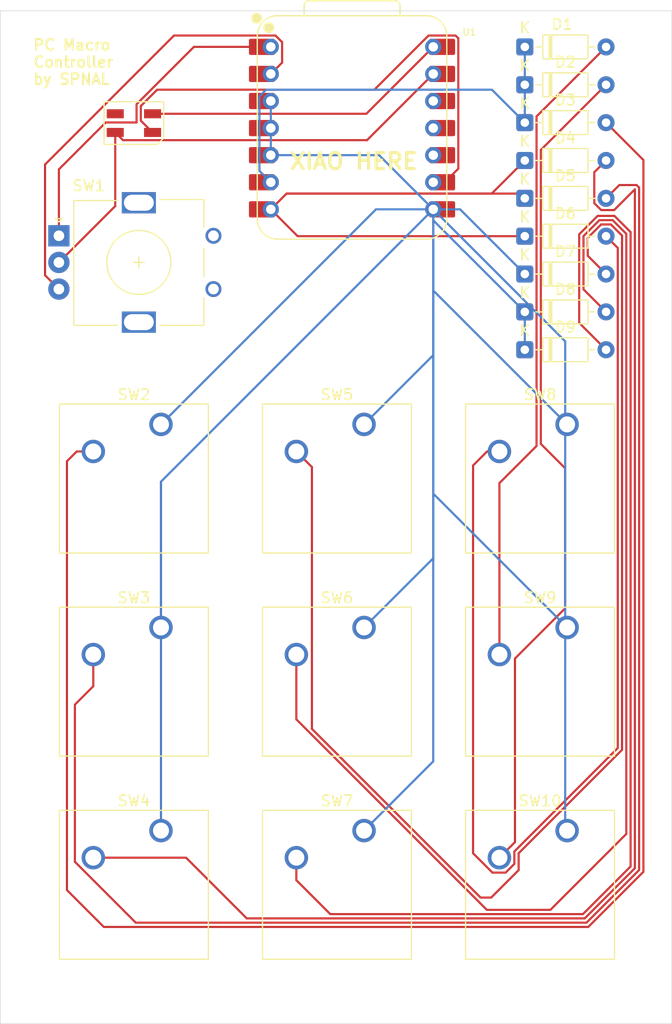
<source format=kicad_pcb>
(kicad_pcb (version 20241229) (generator "pcbnew") (generator_version "9.0")
  (layers (0 "F.Cu" signal) (2 "B.Cu" signal) (13 "F.Paste" user) (15 "B.Paste" user) (5 "F.SilkS" user "F.Silkscreen") (7 "B.SilkS" user "B.Silkscreen") (1 "F.Mask" user) (3 "B.Mask" user) (25 "Edge.Cuts" user))
  (net 0 "")
  (net 1 "+5V")
  (net 2 "GND")
  (net 3 "row1")
  (net 4 "Net-(D1-A)")
  (net 5 "Net-(D2-A)")
  (net 6 "Net-(D3-A)")
  (net 7 "Net-(U1-GPIO4{slash}MISO)")
  (net 8 "Net-(U1-GPIO3{slash}MOSI)")
  (net 9 "row2")
  (net 10 "Net-(D4-A)")
  (net 11 "Net-(D5-A)")
  (net 12 "unconnected-(U1-3V3-Pad12)")
  (net 13 "Net-(U1-GPIO27{slash}ADC1{slash}A1)")
  (net 14 "Net-(U1-GPIO26{slash}ADC0{slash}A0)")
  (net 15 "Net-(D6-A)")
  (net 16 "col1")
  (net 17 "Net-(D7-A)")
  (net 18 "Net-(D8-A)")
  (net 19 "Net-(D9-A)")
  (net 21 "Net-(D10-DIN)")
  (footprint "Diode_THT:D_DO-35_SOD27_P7.62mm_Horizontal" (layer "F.Cu") (at 146.20875 77.2375)
    (property "Reference" "D8" (at 3.81 -2.12 0) (layer "F.SilkS"))
    (property "Value" "D")
    (fp_line (start 1.04 0) (end 1.69 0) (stroke (width 0.12)) (layer "F.SilkS"))
    (fp_line (start 2.29 -1.12) (end 2.29 1.12) (stroke (width 0.12)) (layer "F.SilkS"))
    (fp_line (start 2.41 -1.12) (end 2.41 1.12) (stroke (width 0.12)) (layer "F.SilkS"))
    (fp_line (start 2.53 -1.12) (end 2.53 1.12) (stroke (width 0.12)) (layer "F.SilkS"))
    (fp_line (start 6.58 0) (end 5.93 0) (stroke (width 0.12)) (layer "F.SilkS"))
    (fp_rect (start 1.69 -1.12) (end 5.93 1.12) (stroke (width 0.12)) (fill no) (layer "F.SilkS"))
    (fp_text user "K" (at 0 -1.8 0) (layer "F.SilkS"))
    (pad "1" thru_hole roundrect (at 0 0) (size 1.6 1.6) (drill 0.8) (layers "*.Cu" "*.Mask") (roundrect_rratio 0.15625) (net 16 "col1"))
    (pad "2" thru_hole circle (at 7.62 0) (size 1.6 1.6) (drill 0.8) (layers "*.Cu" "*.Mask") (net 18 "Net-(D8-A)"))
  )
  (footprint "Button_Switch_Keyboard:SW_Cherry_MX_1.00u_PCB" (layer "F.Cu") (at 112.0775 125.88875)
    (property "Reference" "SW4" (at -2.54 -2.794 0) (layer "F.SilkS"))
    (property "Value" "SW_Push")
    (fp_line (start -9.525 -1.905) (end 4.445 -1.905) (stroke (width 0.12)) (layer "F.SilkS"))
    (fp_line (start -9.525 12.065) (end -9.525 -1.905) (stroke (width 0.12)) (layer "F.SilkS"))
    (fp_line (start 4.445 -1.905) (end 4.445 12.065) (stroke (width 0.12)) (layer "F.SilkS"))
    (fp_line (start 4.445 12.065) (end -9.525 12.065) (stroke (width 0.12)) (layer "F.SilkS"))
    (pad "" np_thru_hole circle (at -7.62 5.08) (size 1.7 1.7) (drill 1.7) (layers "*.Cu" "*.Mask"))
    (pad "" np_thru_hole circle (at -2.54 5.08) (size 4 4) (drill 4) (layers "*.Cu" "*.Mask"))
    (pad "" np_thru_hole circle (at 2.54 5.08) (size 1.7 1.7) (drill 1.7) (layers "*.Cu" "*.Mask"))
    (pad "1" thru_hole circle (at 0 0) (size 2.2 2.2) (drill 1.5) (layers "*.Cu" "*.Mask") (net 16 "col1"))
    (pad "2" thru_hole circle (at -6.35 2.54) (size 2.2 2.2) (drill 1.5) (layers "*.Cu" "*.Mask") (net 10 "Net-(D4-A)"))
  )
  (footprint "Diode_THT:D_DO-35_SOD27_P7.62mm_Horizontal" (layer "F.Cu") (at 146.20875 73.6875)
    (property "Reference" "D7" (at 3.81 -2.12 0) (layer "F.SilkS"))
    (property "Value" "D")
    (fp_line (start 1.04 0) (end 1.69 0) (stroke (width 0.12)) (layer "F.SilkS"))
    (fp_line (start 2.29 -1.12) (end 2.29 1.12) (stroke (width 0.12)) (layer "F.SilkS"))
    (fp_line (start 2.41 -1.12) (end 2.41 1.12) (stroke (width 0.12)) (layer "F.SilkS"))
    (fp_line (start 2.53 -1.12) (end 2.53 1.12) (stroke (width 0.12)) (layer "F.SilkS"))
    (fp_line (start 6.58 0) (end 5.93 0) (stroke (width 0.12)) (layer "F.SilkS"))
    (fp_rect (start 1.69 -1.12) (end 5.93 1.12) (stroke (width 0.12)) (fill no) (layer "F.SilkS"))
    (fp_text user "K" (at 0 -1.8 0) (layer "F.SilkS"))
    (pad "1" thru_hole roundrect (at 0 0) (size 1.6 1.6) (drill 0.8) (layers "*.Cu" "*.Mask") (roundrect_rratio 0.15625) (net 16 "col1"))
    (pad "2" thru_hole circle (at 7.62 0) (size 1.6 1.6) (drill 0.8) (layers "*.Cu" "*.Mask") (net 17 "Net-(D7-A)"))
  )
  (footprint "Diode_THT:D_DO-35_SOD27_P7.62mm_Horizontal" (layer "F.Cu") (at 146.20875 80.7875)
    (property "Reference" "D9" (at 3.81 -2.12 0) (layer "F.SilkS"))
    (property "Value" "D")
    (fp_line (start 1.04 0) (end 1.69 0) (stroke (width 0.12)) (layer "F.SilkS"))
    (fp_line (start 2.29 -1.12) (end 2.29 1.12) (stroke (width 0.12)) (layer "F.SilkS"))
    (fp_line (start 2.41 -1.12) (end 2.41 1.12) (stroke (width 0.12)) (layer "F.SilkS"))
    (fp_line (start 2.53 -1.12) (end 2.53 1.12) (stroke (width 0.12)) (layer "F.SilkS"))
    (fp_line (start 6.58 0) (end 5.93 0) (stroke (width 0.12)) (layer "F.SilkS"))
    (fp_rect (start 1.69 -1.12) (end 5.93 1.12) (stroke (width 0.12)) (fill no) (layer "F.SilkS"))
    (fp_text user "K" (at 0 -1.8 0) (layer "F.SilkS"))
    (pad "1" thru_hole roundrect (at 0 0) (size 1.6 1.6) (drill 0.8) (layers "*.Cu" "*.Mask") (roundrect_rratio 0.15625) (net 16 "col1"))
    (pad "2" thru_hole circle (at 7.62 0) (size 1.6 1.6) (drill 0.8) (layers "*.Cu" "*.Mask") (net 19 "Net-(D9-A)"))
  )
  (footprint "Rotary_Encoder:RotaryEncoder_Alps_EC11E_Vertical_H20mm" (layer "F.Cu") (at 102.5 70.1)
    (property "Reference" "SW1" (at 2.8 -4.7 0) (layer "F.SilkS"))
    (property "Value" "RotaryEncoder_Switch")
    (fp_line (start -0.3 -1.6) (end 0.3 -1.6) (stroke (width 0.12)) (layer "F.SilkS"))
    (fp_line (start 0 -1.3) (end -0.3 -1.6) (stroke (width 0.12)) (layer "F.SilkS"))
    (fp_line (start 0.3 -1.6) (end 0 -1.3) (stroke (width 0.12)) (layer "F.SilkS"))
    (fp_line (start 1.4 -3.3) (end 1.4 8.4) (stroke (width 0.12)) (layer "F.SilkS"))
    (fp_line (start 5.5 -3.3) (end 1.4 -3.3) (stroke (width 0.12)) (layer "F.SilkS"))
    (fp_line (start 5.5 8.4) (end 1.4 8.4) (stroke (width 0.12)) (layer "F.SilkS"))
    (fp_line (start 7 2.5) (end 8 2.5) (stroke (width 0.12)) (layer "F.SilkS"))
    (fp_line (start 7.5 2) (end 7.5 3) (stroke (width 0.12)) (layer "F.SilkS"))
    (fp_line (start 9.5 -3.4) (end 13.6 -3.4) (stroke (width 0.12)) (layer "F.SilkS"))
    (fp_line (start 13.6 -3.4) (end 13.6 -0.8) (stroke (width 0.12)) (layer "F.SilkS"))
    (fp_line (start 13.6 1.2) (end 13.6 3.8) (stroke (width 0.12)) (layer "F.SilkS"))
    (fp_line (start 13.6 5.8) (end 13.6 8.4) (stroke (width 0.12)) (layer "F.SilkS"))
    (fp_line (start 13.6 8.4) (end 9.5 8.4) (stroke (width 0.12)) (layer "F.SilkS"))
    (fp_circle (center 7.5 2.5) (end 10.5 2.5) (stroke (width 0.12)) (fill no) (layer "F.SilkS"))
    (pad "" thru_hole circle (at 14.5 0) (size 1.5 1.5) (drill 1) (layers "*.Cu" "*.Mask"))
    (pad "" thru_hole circle (at 14.5 5) (size 1.5 1.5) (drill 1) (layers "*.Cu" "*.Mask"))
    (pad "A" thru_hole rect (at 0 0) (size 2 2) (drill 1) (layers "*.Cu" "*.Mask") (net 14 "Net-(U1-GPIO26{slash}ADC0{slash}A0)"))
    (pad "B" thru_hole circle (at 0 5) (size 2 2) (drill 1) (layers "*.Cu" "*.Mask") (net 13 "Net-(U1-GPIO27{slash}ADC1{slash}A1)"))
    (pad "C" thru_hole circle (at 0 2.5) (size 2 2) (drill 1) (layers "*.Cu" "*.Mask") (net 2 "GND"))
    (pad "MP" thru_hole rect (at 7.5 -3.1) (size 3.2 2) (drill oval 2.8 1.5) (layers "*.Cu" "*.Mask"))
    (pad "MP" thru_hole rect (at 7.5 8.1) (size 3.2 2) (drill oval 2.8 1.5) (layers "*.Cu" "*.Mask"))
  )
  (footprint "OPL:XIAO-RP2040-DIP" (layer "F.Cu") (at 130 60)
    (property "Reference" "U1" (at 11 -9 0) (layer "F.SilkS") (effects (font (size 0.635 0.635) (thickness 0.1016))))
    (property "Value" "XIAO-RP2040-DIP")
    (fp_line (start -8.89 8.509) (end -8.89 -8.636) (stroke (width 0.127)) (layer "F.SilkS"))
    (fp_line (start -6.985 10.414) (end 6.985 10.414) (stroke (width 0.127)) (layer "F.SilkS"))
    (fp_line (start -4.495 -10.541) (end -4.491272 -11.451272) (stroke (width 0.127)) (layer "F.SilkS"))
    (fp_line (start -3.991272 -11.951) (end 4.004 -11.951) (stroke (width 0.127)) (layer "F.SilkS"))
    (fp_line (start 4.504 -11.451) (end 4.504 -10.541) (stroke (width 0.127)) (layer "F.SilkS"))
    (fp_line (start 6.985 -10.541) (end -6.985 -10.541) (stroke (width 0.1)) (layer "F.SilkS"))
    (fp_line (start 6.985 -10.541) (end -6.985 -10.541) (stroke (width 0.127)) (layer "F.SilkS"))
    (fp_line (start 8.89 8.509) (end 8.89 -8.636) (stroke (width 0.127)) (layer "F.SilkS"))
    (fp_arc (start -8.89 -8.636) (mid -8.332038 -9.983038) (end -6.985 -10.541) (stroke (width 0.127)) (layer "F.SilkS"))
    (fp_arc (start -6.985 10.414) (mid -8.332038 9.856038) (end -8.89 8.509) (stroke (width 0.127)) (layer "F.SilkS"))
    (fp_arc (start -4.491272 -11.451272) (mid -4.344728 -11.80464) (end -3.991272 -11.951) (stroke (width 0.127)) (layer "F.SilkS"))
    (fp_arc (start 4.004 -11.951) (mid 4.357553 -11.804553) (end 4.504 -11.451) (stroke (width 0.127)) (layer "F.SilkS"))
    (fp_arc (start 6.985 -10.541) (mid 8.332038 -9.983038) (end 8.89 -8.636) (stroke (width 0.127)) (layer "F.SilkS"))
    (fp_arc (start 8.89 8.509) (mid 8.332038 9.856038) (end 6.985 10.414) (stroke (width 0.127)) (layer "F.SilkS"))
    (fp_circle (center -8.95 -10.3) (end -8.95 -10.554) (stroke (width 0.5)) (fill yes) (layer "F.SilkS"))
    (fp_circle (center -7.807 -9.42) (end -7.807 -9.674) (stroke (width 0.5)) (fill yes) (layer "F.SilkS"))
    (pad "1" smd roundrect (at -8.455 -7.62 180) (size 2.432 1.524) (layers "F.Cu" "F.Mask") (roundrect_rratio 0.1) (net 14 "Net-(U1-GPIO26{slash}ADC0{slash}A0)"))
    (pad "1" thru_hole circle (at -7.62 -7.62 180) (size 1.524 1.524) (drill 0.889) (layers "*.Cu" "*.Mask") (net 14 "Net-(U1-GPIO26{slash}ADC0{slash}A0)"))
    (pad "2" smd roundrect (at -8.455 -5.08 180) (size 2.432 1.524) (layers "F.Cu" "F.Mask") (roundrect_rratio 0.1) (net 13 "Net-(U1-GPIO27{slash}ADC1{slash}A1)"))
    (pad "2" thru_hole circle (at -7.62 -5.08 180) (size 1.524 1.524) (drill 0.889) (layers "*.Cu" "*.Mask") (net 13 "Net-(U1-GPIO27{slash}ADC1{slash}A1)"))
    (pad "3" smd roundrect (at -8.455 -2.54 180) (size 2.432 1.524) (layers "F.Cu" "F.Mask") (roundrect_rratio 0.1) (net 16 "col1"))
    (pad "3" thru_hole circle (at -7.62 -2.54 180) (size 1.524 1.524) (drill 0.889) (layers "*.Cu" "*.Mask") (net 16 "col1"))
    (pad "4" smd roundrect (at -8.455 0 180) (size 2.432 1.524) (layers "F.Cu" "F.Mask") (roundrect_rratio 0.1) (net 16 "col1"))
    (pad "4" thru_hole circle (at -7.62 0 180) (size 1.524 1.524) (drill 0.889) (layers "*.Cu" "*.Mask") (net 16 "col1"))
    (pad "5" smd roundrect (at -8.455 2.54 180) (size 2.432 1.524) (layers "F.Cu" "F.Mask") (roundrect_rratio 0.1) (net 16 "col1"))
    (pad "5" thru_hole circle (at -7.62 2.54 180) (size 1.524 1.524) (drill 0.889) (layers "*.Cu" "*.Mask") (net 16 "col1"))
    (pad "6" smd roundrect (at -8.455 5.08 180) (size 2.432 1.524) (layers "F.Cu" "F.Mask") (roundrect_rratio 0.1) (net 3 "row1"))
    (pad "6" thru_hole circle (at -7.62 5.08 180) (size 1.524 1.524) (drill 0.889) (layers "*.Cu" "*.Mask") (net 3 "row1"))
    (pad "7" smd roundrect (at -8.455 7.62 180) (size 2.432 1.524) (layers "F.Cu" "F.Mask") (roundrect_rratio 0.1) (net 9 "row2"))
    (pad "7" thru_hole circle (at -7.62 7.62 180) (size 1.524 1.524) (drill 0.889) (layers "*.Cu" "*.Mask") (net 9 "row2"))
    (pad "8" thru_hole circle (at 7.62 7.62) (size 1.524 1.524) (drill 0.889) (layers "*.Cu" "*.Mask") (net 16 "col1"))
    (pad "8" smd roundrect (at 8.455 7.62) (size 2.432 1.524) (layers "F.Cu" "F.Mask") (roundrect_rratio 0.1) (net 16 "col1"))
    (pad "9" thru_hole circle (at 7.62 5.08) (size 1.524 1.524) (drill 0.889) (layers "*.Cu" "*.Mask") (net 21 "Net-(D10-DIN)"))
    (pad "9" smd roundrect (at 8.455 5.08) (size 2.432 1.524) (layers "F.Cu" "F.Mask") (roundrect_rratio 0.1) (net 21 "Net-(D10-DIN)"))
    (pad "10" thru_hole circle (at 7.62 2.54) (size 1.524 1.524) (drill 0.889) (layers "*.Cu" "*.Mask") (net 7 "Net-(U1-GPIO4{slash}MISO)"))
    (pad "10" smd roundrect (at 8.455 2.54) (size 2.432 1.524) (layers "F.Cu" "F.Mask") (roundrect_rratio 0.1) (net 7 "Net-(U1-GPIO4{slash}MISO)"))
    (pad "11" thru_hole circle (at 7.62 0) (size 1.524 1.524) (drill 0.889) (layers "*.Cu" "*.Mask") (net 8 "Net-(U1-GPIO3{slash}MOSI)"))
    (pad "11" smd roundrect (at 8.455 0) (size 2.432 1.524) (layers "F.Cu" "F.Mask") (roundrect_rratio 0.1) (net 8 "Net-(U1-GPIO3{slash}MOSI)"))
    (pad "12" thru_hole circle (at 7.62 -2.54) (size 1.524 1.524) (drill 0.889) (layers "*.Cu" "*.Mask") (net 12 "unconnected-(U1-3V3-Pad12)"))
    (pad "12" smd roundrect (at 8.455 -2.54) (size 2.432 1.524) (layers "F.Cu" "F.Mask") (roundrect_rratio 0.1) (net 12 "unconnected-(U1-3V3-Pad12)"))
    (pad "13" thru_hole circle (at 7.62 -5.08) (size 1.524 1.524) (drill 0.889) (layers "*.Cu" "*.Mask") (net 2 "GND"))
    (pad "13" smd roundrect (at 8.455 -5.08) (size 2.432 1.524) (layers "F.Cu" "F.Mask") (roundrect_rratio 0.1) (net 2 "GND"))
    (pad "14" thru_hole circle (at 7.62 -7.62) (size 1.524 1.524) (drill 0.889) (layers "*.Cu" "*.Mask") (net 1 "+5V"))
    (pad "14" smd roundrect (at 8.455 -7.62) (size 2.432 1.524) (layers "F.Cu" "F.Mask") (roundrect_rratio 0.1) (net 1 "+5V"))
  )
  (footprint "Diode_THT:D_DO-35_SOD27_P7.62mm_Horizontal" (layer "F.Cu") (at 146.20875 52.3875)
    (property "Reference" "D1" (at 3.51 -2.12 0) (layer "F.SilkS"))
    (property "Value" "D")
    (fp_line (start 1.04 0) (end 1.69 0) (stroke (width 0.12)) (layer "F.SilkS"))
    (fp_line (start 2.29 -1.12) (end 2.29 1.12) (stroke (width 0.12)) (layer "F.SilkS"))
    (fp_line (start 2.41 -1.12) (end 2.41 1.12) (stroke (width 0.12)) (layer "F.SilkS"))
    (fp_line (start 2.53 -1.12) (end 2.53 1.12) (stroke (width 0.12)) (layer "F.SilkS"))
    (fp_line (start 6.58 0) (end 5.93 0) (stroke (width 0.12)) (layer "F.SilkS"))
    (fp_rect (start 1.69 -1.12) (end 5.93 1.12) (stroke (width 0.12)) (fill no) (layer "F.SilkS"))
    (fp_text user "K" (at 0 -1.8 0) (layer "F.SilkS"))
    (pad "1" thru_hole roundrect (at 0 0) (size 1.6 1.6) (drill 0.8) (layers "*.Cu" "*.Mask") (roundrect_rratio 0.15625) (net 3 "row1"))
    (pad "2" thru_hole circle (at 7.62 0) (size 1.6 1.6) (drill 0.8) (layers "*.Cu" "*.Mask") (net 4 "Net-(D1-A)"))
  )
  (footprint "Button_Switch_Keyboard:SW_Cherry_MX_1.00u_PCB" (layer "F.Cu") (at 112.0775 87.78875)
    (property "Reference" "SW2" (at -2.54 -2.794 0) (layer "F.SilkS"))
    (property "Value" "SW_Push")
    (fp_line (start -9.525 -1.905) (end 4.445 -1.905) (stroke (width 0.12)) (layer "F.SilkS"))
    (fp_line (start -9.525 12.065) (end -9.525 -1.905) (stroke (width 0.12)) (layer "F.SilkS"))
    (fp_line (start 4.445 -1.905) (end 4.445 12.065) (stroke (width 0.12)) (layer "F.SilkS"))
    (fp_line (start 4.445 12.065) (end -9.525 12.065) (stroke (width 0.12)) (layer "F.SilkS"))
    (pad "" np_thru_hole circle (at -7.62 5.08) (size 1.7 1.7) (drill 1.7) (layers "*.Cu" "*.Mask"))
    (pad "" np_thru_hole circle (at -2.54 5.08) (size 4 4) (drill 4) (layers "*.Cu" "*.Mask"))
    (pad "" np_thru_hole circle (at 2.54 5.08) (size 1.7 1.7) (drill 1.7) (layers "*.Cu" "*.Mask"))
    (pad "1" thru_hole circle (at 0 0) (size 2.2 2.2) (drill 1.5) (layers "*.Cu" "*.Mask") (net 16 "col1"))
    (pad "2" thru_hole circle (at -6.35 2.54) (size 2.2 2.2) (drill 1.5) (layers "*.Cu" "*.Mask") (net 6 "Net-(D3-A)"))
  )
  (footprint "Diode_THT:D_DO-35_SOD27_P7.62mm_Horizontal" (layer "F.Cu") (at 146.20875 66.5875)
    (property "Reference" "D5" (at 3.81 -2.12 0) (layer "F.SilkS"))
    (property "Value" "D")
    (fp_line (start 1.04 0) (end 1.69 0) (stroke (width 0.12)) (layer "F.SilkS"))
    (fp_line (start 2.29 -1.12) (end 2.29 1.12) (stroke (width 0.12)) (layer "F.SilkS"))
    (fp_line (start 2.41 -1.12) (end 2.41 1.12) (stroke (width 0.12)) (layer "F.SilkS"))
    (fp_line (start 2.53 -1.12) (end 2.53 1.12) (stroke (width 0.12)) (layer "F.SilkS"))
    (fp_line (start 6.58 0) (end 5.93 0) (stroke (width 0.12)) (layer "F.SilkS"))
    (fp_rect (start 1.69 -1.12) (end 5.93 1.12) (stroke (width 0.12)) (fill no) (layer "F.SilkS"))
    (fp_text user "K" (at 0 -1.8 0) (layer "F.SilkS"))
    (pad "1" thru_hole roundrect (at 0 0) (size 1.6 1.6) (drill 0.8) (layers "*.Cu" "*.Mask") (roundrect_rratio 0.15625) (net 9 "row2"))
    (pad "2" thru_hole circle (at 7.62 0) (size 1.6 1.6) (drill 0.8) (layers "*.Cu" "*.Mask") (net 11 "Net-(D5-A)"))
  )
  (footprint "Button_Switch_Keyboard:SW_Cherry_MX_1.00u_PCB" (layer "F.Cu") (at 150.1775 125.88875)
    (property "Reference" "SW10" (at -2.54 -2.794 0) (layer "F.SilkS"))
    (property "Value" "SW_Push")
    (fp_line (start -9.525 -1.905) (end 4.445 -1.905) (stroke (width 0.12)) (layer "F.SilkS"))
    (fp_line (start -9.525 12.065) (end -9.525 -1.905) (stroke (width 0.12)) (layer "F.SilkS"))
    (fp_line (start 4.445 -1.905) (end 4.445 12.065) (stroke (width 0.12)) (layer "F.SilkS"))
    (fp_line (start 4.445 12.065) (end -9.525 12.065) (stroke (width 0.12)) (layer "F.SilkS"))
    (pad "" np_thru_hole circle (at -7.62 5.08) (size 1.7 1.7) (drill 1.7) (layers "*.Cu" "*.Mask"))
    (pad "" np_thru_hole circle (at -2.54 5.08) (size 4 4) (drill 4) (layers "*.Cu" "*.Mask"))
    (pad "" np_thru_hole circle (at 2.54 5.08) (size 1.7 1.7) (drill 1.7) (layers "*.Cu" "*.Mask"))
    (pad "1" thru_hole circle (at 0 0) (size 2.2 2.2) (drill 1.5) (layers "*.Cu" "*.Mask") (net 16 "col1"))
    (pad "2" thru_hole circle (at -6.35 2.54) (size 2.2 2.2) (drill 1.5) (layers "*.Cu" "*.Mask") (net 5 "Net-(D2-A)"))
  )
  (footprint "LED_SMD:LED_SK6812MINI_PLCC4_3.5x3.5mm_P1.75mm" (layer "F.Cu") (at 109.5375 59.53125)
    (property "Reference" "D10" (hide yes))
    (property "Value" "SK6812MINI")
    (fp_line (start -2.8 -2) (end -2.8 2) (stroke (width 0.12)) (layer "F.SilkS"))
    (fp_line (start -2.8 -2) (end 2.8 -2) (stroke (width 0.12)) (layer "F.SilkS"))
    (fp_line (start -2.8 2) (end 2.2 2) (stroke (width 0.12)) (layer "F.SilkS"))
    (fp_line (start 2.8 1.4) (end 2.2 2) (stroke (width 0.12)) (layer "F.SilkS"))
    (fp_line (start 2.8 1.4) (end 2.8 -2) (stroke (width 0.12)) (layer "F.SilkS"))
    (pad "1" smd rect (at -1.75 -0.875) (size 1.6 0.85) (layers "F.Cu" "F.Mask" "F.Paste"))
    (pad "2" smd rect (at -1.75 0.875) (size 1.6 0.85) (layers "F.Cu" "F.Mask" "F.Paste") (net 2 "GND"))
    (pad "3" smd rect (at 1.75 0.875) (size 1.6 0.85) (layers "F.Cu" "F.Mask" "F.Paste") (net 21 "Net-(D10-DIN)"))
    (pad "4" smd rect (at 1.75 -0.875) (size 1.6 0.85) (layers "F.Cu" "F.Mask" "F.Paste") (net 1 "+5V"))
  )
  (footprint "Button_Switch_Keyboard:SW_Cherry_MX_1.00u_PCB" (layer "F.Cu") (at 131.1275 87.78875)
    (property "Reference" "SW5" (at -2.54 -2.794 0) (layer "F.SilkS"))
    (property "Value" "SW_Push")
    (fp_line (start -9.525 -1.905) (end 4.445 -1.905) (stroke (width 0.12)) (layer "F.SilkS"))
    (fp_line (start -9.525 12.065) (end -9.525 -1.905) (stroke (width 0.12)) (layer "F.SilkS"))
    (fp_line (start 4.445 -1.905) (end 4.445 12.065) (stroke (width 0.12)) (layer "F.SilkS"))
    (fp_line (start 4.445 12.065) (end -9.525 12.065) (stroke (width 0.12)) (layer "F.SilkS"))
    (pad "" np_thru_hole circle (at -7.62 5.08) (size 1.7 1.7) (drill 1.7) (layers "*.Cu" "*.Mask"))
    (pad "" np_thru_hole circle (at -2.54 5.08) (size 4 4) (drill 4) (layers "*.Cu" "*.Mask"))
    (pad "" np_thru_hole circle (at 2.54 5.08) (size 1.7 1.7) (drill 1.7) (layers "*.Cu" "*.Mask"))
    (pad "1" thru_hole circle (at 0 0) (size 2.2 2.2) (drill 1.5) (layers "*.Cu" "*.Mask") (net 16 "col1"))
    (pad "2" thru_hole circle (at -6.35 2.54) (size 2.2 2.2) (drill 1.5) (layers "*.Cu" "*.Mask") (net 17 "Net-(D7-A)"))
  )
  (footprint "Button_Switch_Keyboard:SW_Cherry_MX_1.00u_PCB" (layer "F.Cu") (at 150.1775 106.83875)
    (property "Reference" "SW9" (at -2.54 -2.794 0) (layer "F.SilkS"))
    (property "Value" "SW_Push")
    (fp_line (start -9.525 -1.905) (end 4.445 -1.905) (stroke (width 0.12)) (layer "F.SilkS"))
    (fp_line (start -9.525 12.065) (end -9.525 -1.905) (stroke (width 0.12)) (layer "F.SilkS"))
    (fp_line (start 4.445 -1.905) (end 4.445 12.065) (stroke (width 0.12)) (layer "F.SilkS"))
    (fp_line (start 4.445 12.065) (end -9.525 12.065) (stroke (width 0.12)) (layer "F.SilkS"))
    (pad "" np_thru_hole circle (at -7.62 5.08) (size 1.7 1.7) (drill 1.7) (layers "*.Cu" "*.Mask"))
    (pad "" np_thru_hole circle (at -2.54 5.08) (size 4 4) (drill 4) (layers "*.Cu" "*.Mask"))
    (pad "" np_thru_hole circle (at 2.54 5.08) (size 1.7 1.7) (drill 1.7) (layers "*.Cu" "*.Mask"))
    (pad "1" thru_hole circle (at 0 0) (size 2.2 2.2) (drill 1.5) (layers "*.Cu" "*.Mask") (net 16 "col1"))
    (pad "2" thru_hole circle (at -6.35 2.54) (size 2.2 2.2) (drill 1.5) (layers "*.Cu" "*.Mask") (net 4 "Net-(D1-A)"))
  )
  (footprint "Button_Switch_Keyboard:SW_Cherry_MX_1.00u_PCB" (layer "F.Cu") (at 131.1275 125.88875)
    (property "Reference" "SW7" (at -2.54 -2.794 0) (layer "F.SilkS"))
    (property "Value" "SW_Push")
    (fp_line (start -9.525 -1.905) (end 4.445 -1.905) (stroke (width 0.12)) (layer "F.SilkS"))
    (fp_line (start -9.525 12.065) (end -9.525 -1.905) (stroke (width 0.12)) (layer "F.SilkS"))
    (fp_line (start 4.445 -1.905) (end 4.445 12.065) (stroke (width 0.12)) (layer "F.SilkS"))
    (fp_line (start 4.445 12.065) (end -9.525 12.065) (stroke (width 0.12)) (layer "F.SilkS"))
    (pad "" np_thru_hole circle (at -7.62 5.08) (size 1.7 1.7) (drill 1.7) (layers "*.Cu" "*.Mask"))
    (pad "" np_thru_hole circle (at -2.54 5.08) (size 4 4) (drill 4) (layers "*.Cu" "*.Mask"))
    (pad "" np_thru_hole circle (at 2.54 5.08) (size 1.7 1.7) (drill 1.7) (layers "*.Cu" "*.Mask"))
    (pad "1" thru_hole circle (at 0 0) (size 2.2 2.2) (drill 1.5) (layers "*.Cu" "*.Mask") (net 16 "col1"))
    (pad "2" thru_hole circle (at -6.35 2.54) (size 2.2 2.2) (drill 1.5) (layers "*.Cu" "*.Mask") (net 19 "Net-(D9-A)"))
  )
  (footprint "Diode_THT:D_DO-35_SOD27_P7.62mm_Horizontal" (layer "F.Cu") (at 146.20875 55.9375)
    (property "Reference" "D2" (at 3.81 -2.12 0) (layer "F.SilkS"))
    (property "Value" "D")
    (fp_line (start 1.04 0) (end 1.69 0) (stroke (width 0.12)) (layer "F.SilkS"))
    (fp_line (start 2.29 -1.12) (end 2.29 1.12) (stroke (width 0.12)) (layer "F.SilkS"))
    (fp_line (start 2.41 -1.12) (end 2.41 1.12) (stroke (width 0.12)) (layer "F.SilkS"))
    (fp_line (start 2.53 -1.12) (end 2.53 1.12) (stroke (width 0.12)) (layer "F.SilkS"))
    (fp_line (start 6.58 0) (end 5.93 0) (stroke (width 0.12)) (layer "F.SilkS"))
    (fp_rect (start 1.69 -1.12) (end 5.93 1.12) (stroke (width 0.12)) (fill no) (layer "F.SilkS"))
    (fp_text user "K" (at 0 -1.8 0) (layer "F.SilkS"))
    (pad "1" thru_hole roundrect (at 0 0) (size 1.6 1.6) (drill 0.8) (layers "*.Cu" "*.Mask") (roundrect_rratio 0.15625) (net 3 "row1"))
    (pad "2" thru_hole circle (at 7.62 0) (size 1.6 1.6) (drill 0.8) (layers "*.Cu" "*.Mask") (net 5 "Net-(D2-A)"))
  )
  (footprint "Diode_THT:D_DO-35_SOD27_P7.62mm_Horizontal" (layer "F.Cu") (at 146.20875 63.0375)
    (property "Reference" "D4" (at 3.81 -2.12 0) (layer "F.SilkS"))
    (property "Value" "D")
    (fp_line (start 1.04 0) (end 1.69 0) (stroke (width 0.12)) (layer "F.SilkS"))
    (fp_line (start 2.29 -1.12) (end 2.29 1.12) (stroke (width 0.12)) (layer "F.SilkS"))
    (fp_line (start 2.41 -1.12) (end 2.41 1.12) (stroke (width 0.12)) (layer "F.SilkS"))
    (fp_line (start 2.53 -1.12) (end 2.53 1.12) (stroke (width 0.12)) (layer "F.SilkS"))
    (fp_line (start 6.58 0) (end 5.93 0) (stroke (width 0.12)) (layer "F.SilkS"))
    (fp_rect (start 1.69 -1.12) (end 5.93 1.12) (stroke (width 0.12)) (fill no) (layer "F.SilkS"))
    (fp_text user "K" (at 0 -1.8 0) (layer "F.SilkS"))
    (pad "1" thru_hole roundrect (at 0 0) (size 1.6 1.6) (drill 0.8) (layers "*.Cu" "*.Mask") (roundrect_rratio 0.15625) (net 9 "row2"))
    (pad "2" thru_hole circle (at 7.62 0) (size 1.6 1.6) (drill 0.8) (layers "*.Cu" "*.Mask") (net 10 "Net-(D4-A)"))
  )
  (footprint "Diode_THT:D_DO-35_SOD27_P7.62mm_Horizontal" (layer "F.Cu") (at 146.20875 70.1375)
    (property "Reference" "D6" (at 3.81 -2.12 0) (layer "F.SilkS"))
    (property "Value" "D")
    (fp_line (start 1.04 0) (end 1.69 0) (stroke (width 0.12)) (layer "F.SilkS"))
    (fp_line (start 2.29 -1.12) (end 2.29 1.12) (stroke (width 0.12)) (layer "F.SilkS"))
    (fp_line (start 2.41 -1.12) (end 2.41 1.12) (stroke (width 0.12)) (layer "F.SilkS"))
    (fp_line (start 2.53 -1.12) (end 2.53 1.12) (stroke (width 0.12)) (layer "F.SilkS"))
    (fp_line (start 6.58 0) (end 5.93 0) (stroke (width 0.12)) (layer "F.SilkS"))
    (fp_rect (start 1.69 -1.12) (end 5.93 1.12) (stroke (width 0.12)) (fill no) (layer "F.SilkS"))
    (fp_text user "K" (at 0 -1.8 0) (layer "F.SilkS"))
    (pad "1" thru_hole roundrect (at 0 0) (size 1.6 1.6) (drill 0.8) (layers "*.Cu" "*.Mask") (roundrect_rratio 0.15625) (net 9 "row2"))
    (pad "2" thru_hole circle (at 7.62 0) (size 1.6 1.6) (drill 0.8) (layers "*.Cu" "*.Mask") (net 15 "Net-(D6-A)"))
  )
  (footprint "Diode_THT:D_DO-35_SOD27_P7.62mm_Horizontal" (layer "F.Cu") (at 146.20875 59.4875)
    (property "Reference" "D3" (at 3.81 -2.12 0) (layer "F.SilkS"))
    (property "Value" "D")
    (fp_line (start 1.04 0) (end 1.69 0) (stroke (width 0.12)) (layer "F.SilkS"))
    (fp_line (start 2.29 -1.12) (end 2.29 1.12) (stroke (width 0.12)) (layer "F.SilkS"))
    (fp_line (start 2.41 -1.12) (end 2.41 1.12) (stroke (width 0.12)) (layer "F.SilkS"))
    (fp_line (start 2.53 -1.12) (end 2.53 1.12) (stroke (width 0.12)) (layer "F.SilkS"))
    (fp_line (start 6.58 0) (end 5.93 0) (stroke (width 0.12)) (layer "F.SilkS"))
    (fp_rect (start 1.69 -1.12) (end 5.93 1.12) (stroke (width 0.12)) (fill no) (layer "F.SilkS"))
    (fp_text user "K" (at 0 -1.8 0) (layer "F.SilkS"))
    (pad "1" thru_hole roundrect (at 0 0) (size 1.6 1.6) (drill 0.8) (layers "*.Cu" "*.Mask") (roundrect_rratio 0.15625) (net 3 "row1"))
    (pad "2" thru_hole circle (at 7.62 0) (size 1.6 1.6) (drill 0.8) (layers "*.Cu" "*.Mask") (net 6 "Net-(D3-A)"))
  )
  (footprint "Button_Switch_Keyboard:SW_Cherry_MX_1.00u_PCB" (layer "F.Cu") (at 131.1275 106.83875)
    (property "Reference" "SW6" (at -2.54 -2.794 0) (layer "F.SilkS"))
    (property "Value" "SW_Push")
    (fp_line (start -9.525 -1.905) (end 4.445 -1.905) (stroke (width 0.12)) (layer "F.SilkS"))
    (fp_line (start -9.525 12.065) (end -9.525 -1.905) (stroke (width 0.12)) (layer "F.SilkS"))
    (fp_line (start 4.445 -1.905) (end 4.445 12.065) (stroke (width 0.12)) (layer "F.SilkS"))
    (fp_line (start 4.445 12.065) (end -9.525 12.065) (stroke (width 0.12)) (layer "F.SilkS"))
    (pad "" np_thru_hole circle (at -7.62 5.08) (size 1.7 1.7) (drill 1.7) (layers "*.Cu" "*.Mask"))
    (pad "" np_thru_hole circle (at -2.54 5.08) (size 4 4) (drill 4) (layers "*.Cu" "*.Mask"))
    (pad "" np_thru_hole circle (at 2.54 5.08) (size 1.7 1.7) (drill 1.7) (layers "*.Cu" "*.Mask"))
    (pad "1" thru_hole circle (at 0 0) (size 2.2 2.2) (drill 1.5) (layers "*.Cu" "*.Mask") (net 16 "col1"))
    (pad "2" thru_hole circle (at -6.35 2.54) (size 2.2 2.2) (drill 1.5) (layers "*.Cu" "*.Mask") (net 18 "Net-(D8-A)"))
  )
  (footprint "Button_Switch_Keyboard:SW_Cherry_MX_1.00u_PCB" (layer "F.Cu") (at 112.0775 106.83875)
    (property "Reference" "SW3" (at -2.54 -2.794 0) (layer "F.SilkS"))
    (property "Value" "SW_Push")
    (fp_line (start -9.525 -1.905) (end 4.445 -1.905) (stroke (width 0.12)) (layer "F.SilkS"))
    (fp_line (start -9.525 12.065) (end -9.525 -1.905) (stroke (width 0.12)) (layer "F.SilkS"))
    (fp_line (start 4.445 -1.905) (end 4.445 12.065) (stroke (width 0.12)) (layer "F.SilkS"))
    (fp_line (start 4.445 12.065) (end -9.525 12.065) (stroke (width 0.12)) (layer "F.SilkS"))
    (pad "" np_thru_hole circle (at -7.62 5.08) (size 1.7 1.7) (drill 1.7) (layers "*.Cu" "*.Mask"))
    (pad "" np_thru_hole circle (at -2.54 5.08) (size 4 4) (drill 4) (layers "*.Cu" "*.Mask"))
    (pad "" np_thru_hole circle (at 2.54 5.08) (size 1.7 1.7) (drill 1.7) (layers "*.Cu" "*.Mask"))
    (pad "1" thru_hole circle (at 0 0) (size 2.2 2.2) (drill 1.5) (layers "*.Cu" "*.Mask") (net 16 "col1"))
    (pad "2" thru_hole circle (at -6.35 2.54) (size 2.2 2.2) (drill 1.5) (layers "*.Cu" "*.Mask") (net 11 "Net-(D5-A)"))
  )
  (footprint "Button_Switch_Keyboard:SW_Cherry_MX_1.00u_PCB" (layer "F.Cu") (at 150.1775 87.78875)
    (property "Reference" "SW8" (at -2.54 -2.794 0) (layer "F.SilkS"))
    (property "Value" "SW_Push")
    (fp_line (start -9.525 -1.905) (end 4.445 -1.905) (stroke (width 0.12)) (layer "F.SilkS"))
    (fp_line (start -9.525 12.065) (end -9.525 -1.905) (stroke (width 0.12)) (layer "F.SilkS"))
    (fp_line (start 4.445 -1.905) (end 4.445 12.065) (stroke (width 0.12)) (layer "F.SilkS"))
    (fp_line (start 4.445 12.065) (end -9.525 12.065) (stroke (width 0.12)) (layer "F.SilkS"))
    (pad "" np_thru_hole circle (at -7.62 5.08) (size 1.7 1.7) (drill 1.7) (layers "*.Cu" "*.Mask"))
    (pad "" np_thru_hole circle (at -2.54 5.08) (size 4 4) (drill 4) (layers "*.Cu" "*.Mask"))
    (pad "" np_thru_hole circle (at 2.54 5.08) (size 1.7 1.7) (drill 1.7) (layers "*.Cu" "*.Mask"))
    (pad "1" thru_hole circle (at 0 0) (size 2.2 2.2) (drill 1.5) (layers "*.Cu" "*.Mask") (net 16 "col1"))
    (pad "2" thru_hole circle (at -6.35 2.54) (size 2.2 2.2) (drill 1.5) (layers "*.Cu" "*.Mask") (net 15 "Net-(D6-A)"))
  )
  (gr_rect (start 97 49) (end 160 144) (stroke (width 0.05)) (fill no) (layer "Edge.Cuts"))
  (gr_text "PC Macro \nController \nby SPNAL" (at 100 56 0) (layer "F.SilkS") (effects (font (size 1 1) (thickness 0.2) (bold yes)) (justify left bottom)))
  (gr_text "XIAO HERE" (at 124 64 0) (layer "F.SilkS") (effects (font (size 1.5 1.5) (thickness 0.3) (bold yes)) (justify left bottom)))
  (segment (start 131.34375 58.65625) (end 111.2875 58.65625) (width 0.2) (layer "F.Cu") (net 1))
  (segment (start 137.62 52.38) (end 131.34375 58.65625) (width 0.2) (layer "F.Cu") (net 1))
  (segment (start 137.62 52.38) (end 138.455 52.38) (width 0.2) (layer "F.Cu") (net 1))
  (segment (start 108.5135 61.13225) (end 107.7875 60.40625) (width 0.2) (layer "F.Cu") (net 2))
  (segment (start 102.5 72.6) (end 107.7875 67.3125) (width 0.2) (layer "F.Cu") (net 2))
  (segment (start 137.62 54.92) (end 131.40775 61.13225) (width 0.2) (layer "F.Cu") (net 2))
  (segment (start 131.40775 61.13225) (end 108.5135 61.13225) (width 0.2) (layer "F.Cu") (net 2))
  (segment (start 107.7875 67.3125) (end 107.7875 60.40625) (width 0.2) (layer "F.Cu") (net 2))
  (segment (start 143.11825 56.397) (end 121.93969 56.397) (width 0.2) (layer "B.Cu") (net 3))
  (segment (start 146.20875 52.3875) (end 146.20875 55.9375) (width 0.2) (layer "B.Cu") (net 3))
  (segment (start 121.317 64.017) (end 122.38 65.08) (width 0.2) (layer "B.Cu") (net 3))
  (segment (start 121.93969 56.397) (end 121.317 57.01969) (width 0.2) (layer "B.Cu") (net 3))
  (segment (start 121.317 57.01969) (end 121.317 64.017) (width 0.2) (layer "B.Cu") (net 3))
  (segment (start 146.20875 59.4875) (end 143.11825 56.397) (width 0.2) (layer "B.Cu") (net 3))
  (segment (start 146.20875 55.9375) (end 146.20875 59.4875) (width 0.2) (layer "B.Cu") (net 3))
  (segment (start 143.8275 93.29722) (end 143.8275 109.37875) (width 0.2) (layer "F.Cu") (net 4))
  (segment (start 153.82875 52.3875) (end 147.30975 58.9065) (width 0.2) (layer "F.Cu") (net 4))
  (segment (start 147.30975 58.9065) (end 147.30975 89.81497) (width 0.2) (layer "F.Cu") (net 4))
  (segment (start 147.30975 89.81497) (end 143.8275 93.29722) (width 0.2) (layer "F.Cu") (net 4))
  (segment (start 153.82875 55.9375) (end 147.71075 62.0555) (width 0.2) (layer "F.Cu") (net 5))
  (segment (start 145.2865 126.96975) (end 143.8275 128.42875) (width 0.2) (layer "F.Cu") (net 5))
  (segment (start 149.9885 91.894934) (end 149.9885 105.046436) (width 0.2) (layer "F.Cu") (net 5))
  (segment (start 147.71075 62.0555) (end 147.71075 89.617184) (width 0.2) (layer "F.Cu") (net 5))
  (segment (start 149.9885 105.046436) (end 145.2865 109.748436) (width 0.2) (layer "F.Cu") (net 5))
  (segment (start 145.2865 109.748436) (end 145.2865 126.96975) (width 0.2) (layer "F.Cu") (net 5))
  (segment (start 147.71075 89.617184) (end 149.9885 91.894934) (width 0.2) (layer "F.Cu") (net 5))
  (segment (start 152.16227 134.92375) (end 157.33575 129.75027) (width 0.2) (layer "F.Cu") (net 6))
  (segment (start 157.33575 62.9945) (end 153.82875 59.4875) (width 0.2) (layer "F.Cu") (net 6))
  (segment (start 103.2565 131.46622) (end 106.71403 134.92375) (width 0.2) (layer "F.Cu") (net 6))
  (segment (start 105.7275 90.32875) (end 104.171866 90.32875) (width 0.2) (layer "F.Cu") (net 6))
  (segment (start 103.2565 91.244116) (end 103.2565 131.46622) (width 0.2) (layer "F.Cu") (net 6))
  (segment (start 157.33575 129.75027) (end 157.33575 62.9945) (width 0.2) (layer "F.Cu") (net 6))
  (segment (start 104.171866 90.32875) (end 103.2565 91.244116) (width 0.2) (layer "F.Cu") (net 6))
  (segment (start 106.71403 134.92375) (end 152.16227 134.92375) (width 0.2) (layer "F.Cu") (net 6))
  (segment (start 123.857 66.143) (end 143.10325 66.143) (width 0.2) (layer "F.Cu") (net 9))
  (segment (start 143.10325 66.143) (end 146.20875 63.0375) (width 0.2) (layer "F.Cu") (net 9))
  (segment (start 124.8975 70.1375) (end 146.20875 70.1375) (width 0.2) (layer "F.Cu") (net 9))
  (segment (start 122.38 67.62) (end 124.8975 70.1375) (width 0.2) (layer "F.Cu") (net 9))
  (segment (start 123.857 66.143) (end 145.76425 66.143) (width 0.2) (layer "F.Cu") (net 9))
  (segment (start 122.38 67.62) (end 121.545 67.62) (width 0.2) (layer "F.Cu") (net 9))
  (segment (start 122.38 67.62) (end 123.857 66.143) (width 0.2) (layer "F.Cu") (net 9))
  (segment (start 145.76425 66.143) (end 146.20875 66.5875) (width 0.2) (layer "F.Cu") (net 9))
  (segment (start 156.53375 129.41807) (end 156.53375 65.7425) (width 0.2) (layer "F.Cu") (net 10))
  (segment (start 156.53375 65.7425) (end 154.58775 67.6885) (width 0.2) (layer "F.Cu") (net 10))
  (segment (start 114.42875 128.42875) (end 120.12175 134.12175) (width 0.2) (layer "F.Cu") (net 10))
  (segment (start 154.58775 67.6885) (end 153.3727 67.6885) (width 0.2) (layer "F.Cu") (net 10))
  (segment (start 105.7275 128.42875) (end 114.42875 128.42875) (width 0.2) (layer "F.Cu") (net 10))
  (segment (start 152.72775 67.04355) (end 152.72775 64.1385) (width 0.2) (layer "F.Cu") (net 10))
  (segment (start 151.83007 134.12175) (end 156.53375 129.41807) (width 0.2) (layer "F.Cu") (net 10))
  (segment (start 152.72775 64.1385) (end 153.82875 63.0375) (width 0.2) (layer "F.Cu") (net 10))
  (segment (start 120.12175 134.12175) (end 151.83007 134.12175) (width 0.2) (layer "F.Cu") (net 10))
  (segment (start 153.3727 67.6885) (end 152.72775 67.04355) (width 0.2) (layer "F.Cu") (net 10))
  (segment (start 105.7275 112.34722) (end 105.7275 109.37875) (width 0.2) (layer "F.Cu") (net 11))
  (segment (start 104 114.07472) (end 105.7275 112.34722) (width 0.2) (layer "F.Cu") (net 11))
  (segment (start 156.93475 129.58417) (end 151.99617 134.52275) (width 0.2) (layer "F.Cu") (net 11))
  (segment (start 153.82875 66.5875) (end 155.07475 65.3415) (width 0.2) (layer "F.Cu") (net 11))
  (segment (start 109.70997 134.52275) (end 104 128.81278) (width 0.2) (layer "F.Cu") (net 11))
  (segment (start 156.93475 65.5764) (end 156.93475 129.58417) (width 0.2) (layer "F.Cu") (net 11))
  (segment (start 155.07475 65.3415) (end 156.69985 65.3415) (width 0.2) (layer "F.Cu") (net 11))
  (segment (start 104 128.81278) (end 104 114.07472) (width 0.2) (layer "F.Cu") (net 11))
  (segment (start 156.69985 65.3415) (end 156.93475 65.5764) (width 0.2) (layer "F.Cu") (net 11))
  (segment (start 151.99617 134.52275) (end 109.70997 134.52275) (width 0.2) (layer "F.Cu") (net 11))
  (segment (start 137.62 57.46) (end 138.455 57.46) (width 0.2) (layer "F.Cu") (net 12))
  (segment (start 101.199 63.41775) (end 113.29975 51.317) (width 0.2) (layer "F.Cu") (net 13))
  (segment (start 122.82031 51.317) (end 123.443 51.93969) (width 0.2) (layer "F.Cu") (net 13))
  (segment (start 101.199 73.799) (end 101.199 63.41775) (width 0.2) (layer "F.Cu") (net 13))
  (segment (start 113.29975 51.317) (end 122.82031 51.317) (width 0.2) (layer "F.Cu") (net 13))
  (segment (start 123.443 51.93969) (end 123.443 53.857) (width 0.2) (layer "F.Cu") (net 13))
  (segment (start 122.3 55) (end 122 55) (width 0.2) (layer "F.Cu") (net 13))
  (segment (start 102.5 75.1) (end 101.199 73.799) (width 0.2) (layer "F.Cu") (net 13))
  (segment (start 122.3 55) (end 122.38 54.92) (width 0.2) (layer "F.Cu") (net 13))
  (segment (start 123.443 53.857) (end 122.38 54.92) (width 0.2) (layer "F.Cu") (net 13))
  (segment (start 102.5 63.86675) (end 106.8954 59.47135) (width 0.2) (layer "F.Cu") (net 14))
  (segment (start 115.16965 52.38) (end 122.38 52.38) (width 0.2) (layer "F.Cu") (net 14))
  (segment (start 109.7855 59.47135) (end 109.7855 57.76415) (width 0.2) (layer "F.Cu") (net 14))
  (segment (start 106.8954 59.47135) (end 109.7855 59.47135) (width 0.2) (layer "F.Cu") (net 14))
  (segment (start 102.5 70.1) (end 102.5 63.86675) (width 0.2) (layer "F.Cu") (net 14))
  (segment (start 109.7855 57.76415) (end 115.16965 52.38) (width 0.2) (layer "F.Cu") (net 14))
  (segment (start 145.2285 127.848436) (end 145.2285 129.009064) (width 0.2) (layer "F.Cu") (net 15))
  (segment (start 143.173684 129.82975) (end 141.3565 128.012566) (width 0.2) (layer "F.Cu") (net 15))
  (segment (start 144.407814 129.82975) (end 143.173684 129.82975) (width 0.2) (layer "F.Cu") (net 15))
  (segment (start 141.3565 128.012566) (end 141.3565 91.6435) (width 0.2) (layer "F.Cu") (net 15))
  (segment (start 154.92975 118.147186) (end 145.2285 127.848436) (width 0.2) (layer "F.Cu") (net 15))
  (segment (start 153.82875 70.1375) (end 154.92975 71.2385) (width 0.2) (layer "F.Cu") (net 15))
  (segment (start 145.2285 129.009064) (end 144.407814 129.82975) (width 0.2) (layer "F.Cu") (net 15))
  (segment (start 142.67125 90.32875) (end 143.8275 90.32875) (width 0.2) (layer "F.Cu") (net 15))
  (segment (start 141.3565 91.6435) (end 142.67125 90.32875) (width 0.2) (layer "F.Cu") (net 15))
  (segment (start 154.92975 71.2385) (end 154.92975 118.147186) (width 0.2) (layer "F.Cu") (net 15))
  (segment (start 150 126.06625) (end 150.1775 125.88875) (width 0.2) (layer "B.Cu") (net 16))
  (segment (start 132.54 62.54) (end 137.62 67.62) (width 0.2) (layer "B.Cu") (net 16))
  (segment (start 137.62 67.62) (end 112.0775 93.1625) (width 0.2) (layer "B.Cu") (net 16))
  (segment (start 137.62 75.23125) (end 150.1775 87.78875) (width 0.2) (layer "B.Cu") (net 16))
  (segment (start 137.62 67.62) (end 140.14125 67.62) (width 0.2) (layer "B.Cu") (net 16))
  (segment (start 137.62 81.29625) (end 131.1275 87.78875) (width 0.2) (layer "B.Cu") (net 16))
  (segment (start 140.14125 67.62) (end 146.20875 73.6875) (width 0.2) (layer "B.Cu") (net 16))
  (segment (start 137.62 67.62) (end 137.62 94.28125) (width 0.2) (layer "B.Cu") (net 16))
  (segment (start 137.62 67.62) (end 137.62 119.39625) (width 0.2) (layer "B.Cu") (net 16))
  (segment (start 122.38 57.46) (end 122.38 60) (width 0.2) (layer "B.Cu") (net 16))
  (segment (start 137.62 67.62) (end 150 80) (width 0.2) (layer "B.Cu") (net 16))
  (segment (start 112.0775 93.1625) (end 112.0775 106.83875) (width 0.2) (layer "B.Cu") (net 16))
  (segment (start 137.62 67.62) (end 137.62 75.23125) (width 0.2) (layer "B.Cu") (net 16))
  (segment (start 137.62 67.62) (end 132.24625 67.62) (width 0.2) (layer "B.Cu") (net 16))
  (segment (start 137.62 94.28125) (end 150.1775 106.83875) (width 0.2) (layer "B.Cu") (net 16))
  (segment (start 122.38 62.54) (end 132.54 62.54) (width 0.2) (layer "B.Cu") (net 16))
  (segment (start 137.62 119.39625) (end 131.1275 125.88875) (width 0.2) (layer "B.Cu") (net 16))
  (segment (start 112.0775 93.1625) (end 112.0775 125.88875) (width 0.2) (layer "B.Cu") (net 16))
  (segment (start 137.62 67.62) (end 137.62 100.34625) (width 0.2) (layer "B.Cu") (net 16))
  (segment (start 150 80) (end 150 126.06625) (width 0.2) (layer "B.Cu") (net 16))
  (segment (start 137.62 67.62) (end 137.62 68.64875) (width 0.2) (layer "B.Cu") (net 16))
  (segment (start 137.62 68.64875) (end 146.20875 77.2375) (width 0.2) (layer "B.Cu") (net 16))
  (segment (start 122.38 60) (end 122.38 62.54) (width 0.2) (layer "B.Cu") (net 16))
  (segment (start 132.24625 67.62) (end 112.0775 87.78875) (width 0.2) (layer "B.Cu") (net 16))
  (segment (start 137.62 100.34625) (end 131.1275 106.83875) (width 0.2) (layer "B.Cu") (net 16))
  (segment (start 146.20875 77.2375) (end 146.20875 80.7875) (width 0.2) (layer "B.Cu") (net 16))
  (segment (start 137.62 67.62) (end 137.62 81.29625) (width 0.2) (layer "B.Cu") (net 16))
  (segment (start 152.11455 71.9733) (end 152.11455 70.29465) (width 0.2) (layer "F.Cu") (net 17))
  (segment (start 153.82875 73.6875) (end 152.11455 71.9733) (width 0.2) (layer "F.Cu") (net 17))
  (segment (start 126.2365 116.34622) (end 126.2365 91.78775) (width 0.2) (layer "F.Cu") (net 17))
  (segment (start 126.2365 91.78775) (end 124.7775 90.32875) (width 0.2) (layer "F.Cu") (net 17))
  (segment (start 155.33075 118.313286) (end 145.6295 128.014536) (width 0.2) (layer "F.Cu") (net 17))
  (segment (start 142.06003 132.16975) (end 126.2365 116.34622) (width 0.2) (layer "F.Cu") (net 17))
  (segment (start 155.33075 70.08245) (end 155.33075 118.313286) (width 0.2) (layer "F.Cu") (net 17))
  (segment (start 154.2848 69.0365) (end 155.33075 70.08245) (width 0.2) (layer "F.Cu") (net 17))
  (segment (start 145.6295 128.014536) (end 145.6295 129.59522) (width 0.2) (layer "F.Cu") (net 17))
  (segment (start 143.05497 132.16975) (end 142.06003 132.16975) (width 0.2) (layer "F.Cu") (net 17))
  (segment (start 153.3727 69.0365) (end 154.2848 69.0365) (width 0.2) (layer "F.Cu") (net 17))
  (segment (start 152.11455 70.29465) (end 153.3727 69.0365) (width 0.2) (layer "F.Cu") (net 17))
  (segment (start 145.6295 129.59522) (end 143.05497 132.16975) (width 0.2) (layer "F.Cu") (net 17))
  (segment (start 155.73175 69.91635) (end 155.73175 126.199316) (width 0.2) (layer "F.Cu") (net 18))
  (segment (start 148.611316 133.31975) (end 142.64293 133.31975) (width 0.2) (layer "F.Cu") (net 18))
  (segment (start 154.4509 68.6355) (end 155.73175 69.91635) (width 0.2) (layer "F.Cu") (net 18))
  (segment (start 151.71355 75.1223) (end 151.71355 70.12855) (width 0.2) (layer "F.Cu") (net 18))
  (segment (start 142.64293 133.31975) (end 124.7775 115.45432) (width 0.2) (layer "F.Cu") (net 18))
  (segment (start 153.82875 77.2375) (end 151.71355 75.1223) (width 0.2) (layer "F.Cu") (net 18))
  (segment (start 155.73175 126.199316) (end 148.611316 133.31975) (width 0.2) (layer "F.Cu") (net 18))
  (segment (start 151.71355 70.12855) (end 153.2066 68.6355) (width 0.2) (layer "F.Cu") (net 18))
  (segment (start 153.2066 68.6355) (end 154.4509 68.6355) (width 0.2) (layer "F.Cu") (net 18))
  (segment (start 124.7775 115.45432) (end 124.7775 109.37875) (width 0.2) (layer "F.Cu") (net 18))
  (segment (start 151.31255 78.2713) (end 151.31255 69.96245) (width 0.2) (layer "F.Cu") (net 19))
  (segment (start 124.7775 130.54028) (end 124.7775 128.42875) (width 0.2) (layer "F.Cu") (net 19))
  (segment (start 153.82875 80.7875) (end 151.31255 78.2713) (width 0.2) (layer "F.Cu") (net 19))
  (segment (start 127.95797 133.72075) (end 124.7775 130.54028) (width 0.2) (layer "F.Cu") (net 19))
  (segment (start 153.0405 68.2345) (end 154.617 68.2345) (width 0.2) (layer "F.Cu") (net 19))
  (segment (start 156.13275 129.25197) (end 151.66397 133.72075) (width 0.2) (layer "F.Cu") (net 19))
  (segment (start 156.13275 69.75025) (end 156.13275 129.25197) (width 0.2) (layer "F.Cu") (net 19))
  (segment (start 154.617 68.2345) (end 156.13275 69.75025) (width 0.2) (layer "F.Cu") (net 19))
  (segment (start 151.31255 69.96245) (end 153.0405 68.2345) (width 0.2) (layer "F.Cu") (net 19))
  (segment (start 151.66397 133.72075) (end 127.95797 133.72075) (width 0.2) (layer "F.Cu") (net 19))
  (segment (start 138.69763 65.08) (end 137.62 65.08) (width 0.2) (layer "F.Cu") (net 21))
  (segment (start 110.1865 59.30525) (end 110.1865 57.93025) (width 0.2) (layer "F.Cu") (net 21))
  (segment (start 111.2875 60.40625) (end 110.1865 59.30525) (width 0.2) (layer "F.Cu") (net 21))
  (segment (start 137.17969 51.317) (end 139.710626 51.317) (width 0.2) (layer "F.Cu") (net 21))
  (segment (start 111.71975 56.397) (end 132.09969 56.397) (width 0.2) (layer "F.Cu") (net 21))
  (segment (start 139.972 63.80563) (end 138.69763 65.08) (width 0.2) (layer "F.Cu") (net 21))
  (segment (start 139.972 51.578374) (end 139.972 63.80563) (width 0.2) (layer "F.Cu") (net 21))
  (segment (start 132.09969 56.397) (end 137.17969 51.317) (width 0.2) (layer "F.Cu") (net 21))
  (segment (start 110.1865 57.93025) (end 111.71975 56.397) (width 0.2) (layer "F.Cu") (net 21))
  (segment (start 139.710626 51.317) (end 139.972 51.578374) (width 0.2) (layer "F.Cu") (net 21))
)
</source>
